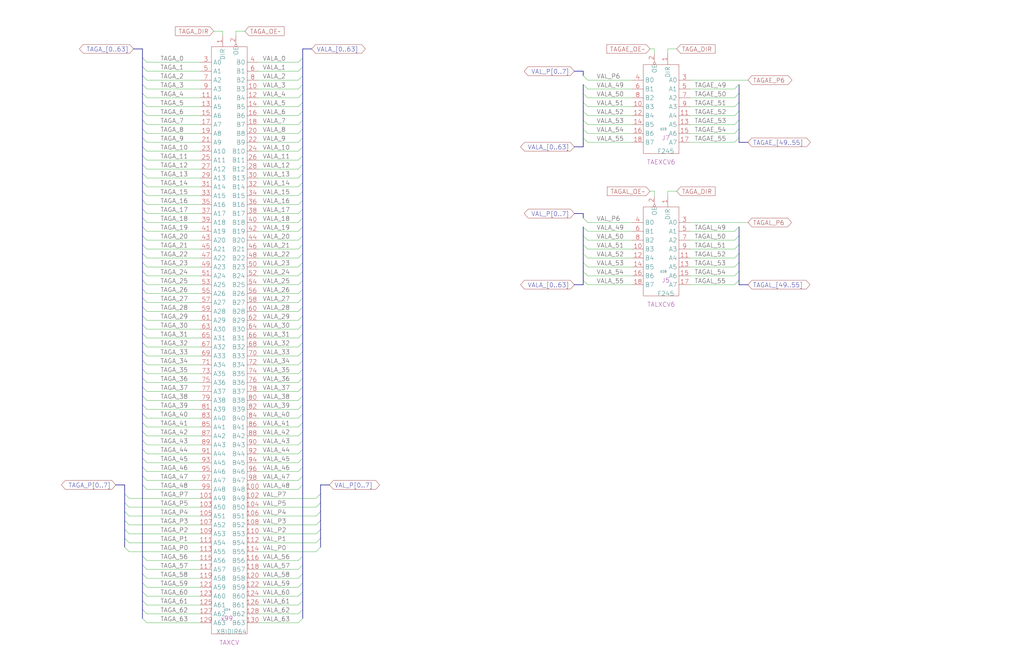
<source format=kicad_sch>
(kicad_sch (version 20221206) (generator eeschema)
  (paper "User" 584.2 378.46)
  (title_block (title "TAG A RAMS\\nTRANCEIVERS") (date "08-MAR-90") (rev "0.0") (comment 1 "MEM32 BOARD") (comment 2 "232-003066") (comment 3 "S400") (comment 4 "RELEASED"))
  (bus_entry (at 172.72 104.14) (size -2.54 2.54))
  (bus_entry (at 421.64 73.66) (size -2.54 2.54))
  (bus_entry (at 81.28 114.3) (size 2.54 2.54))
  (bus_entry (at 172.72 251.46) (size -2.54 2.54))
  (bus_entry (at 172.72 332.74) (size -2.54 2.54))
  (bus_entry (at 172.72 175.26) (size -2.54 2.54))
  (bus_entry (at 172.72 180.34) (size -2.54 2.54))
  (bus_entry (at 172.72 276.86) (size -2.54 2.54))
  (bus_entry (at 81.28 170.18) (size 2.54 2.54))
  (bus_entry (at 81.28 38.1) (size 2.54 2.54))
  (bus_entry (at 172.72 220.98) (size -2.54 2.54))
  (bus_entry (at 81.28 63.5) (size 2.54 2.54))
  (bus_entry (at 421.64 139.7) (size -2.54 2.54))
  (bus_entry (at 81.28 200.66) (size 2.54 2.54))
  (bus_entry (at 421.64 149.86) (size -2.54 2.54))
  (bus_entry (at 172.72 241.3) (size -2.54 2.54))
  (bus_entry (at 172.72 119.38) (size -2.54 2.54))
  (bus_entry (at 81.28 322.58) (size 2.54 2.54))
  (bus_entry (at 81.28 276.86) (size 2.54 2.54))
  (bus_entry (at 81.28 134.62) (size 2.54 2.54))
  (bus_entry (at 81.28 241.3) (size 2.54 2.54))
  (bus_entry (at 332.74 134.62) (size 2.54 2.54))
  (bus_entry (at 172.72 195.58) (size -2.54 2.54))
  (bus_entry (at 81.28 68.58) (size 2.54 2.54))
  (bus_entry (at 172.72 58.42) (size -2.54 2.54))
  (bus_entry (at 332.74 58.42) (size 2.54 2.54))
  (bus_entry (at 421.64 78.74) (size -2.54 2.54))
  (bus_entry (at 172.72 83.82) (size -2.54 2.54))
  (bus_entry (at 81.28 154.94) (size 2.54 2.54))
  (bus_entry (at 421.64 53.34) (size -2.54 2.54))
  (bus_entry (at 172.72 124.46) (size -2.54 2.54))
  (bus_entry (at 81.28 342.9) (size 2.54 2.54))
  (bus_entry (at 81.28 139.7) (size 2.54 2.54))
  (bus_entry (at 172.72 347.98) (size -2.54 2.54))
  (bus_entry (at 81.28 109.22) (size 2.54 2.54))
  (bus_entry (at 172.72 48.26) (size -2.54 2.54))
  (bus_entry (at 81.28 256.54) (size 2.54 2.54))
  (bus_entry (at 172.72 205.74) (size -2.54 2.54))
  (bus_entry (at 332.74 144.78) (size 2.54 2.54))
  (bus_entry (at 172.72 78.74) (size -2.54 2.54))
  (bus_entry (at 172.72 353.06) (size -2.54 2.54))
  (bus_entry (at 81.28 160.02) (size 2.54 2.54))
  (bus_entry (at 421.64 68.58) (size -2.54 2.54))
  (bus_entry (at 172.72 149.86) (size -2.54 2.54))
  (bus_entry (at 172.72 68.58) (size -2.54 2.54))
  (bus_entry (at 81.28 210.82) (size 2.54 2.54))
  (bus_entry (at 81.28 149.86) (size 2.54 2.54))
  (bus_entry (at 172.72 93.98) (size -2.54 2.54))
  (bus_entry (at 172.72 88.9) (size -2.54 2.54))
  (bus_entry (at 172.72 185.42) (size -2.54 2.54))
  (bus_entry (at 81.28 327.66) (size 2.54 2.54))
  (bus_entry (at 81.28 175.26) (size 2.54 2.54))
  (bus_entry (at 81.28 124.46) (size 2.54 2.54))
  (bus_entry (at 81.28 33.02) (size 2.54 2.54))
  (bus_entry (at 332.74 73.66) (size 2.54 2.54))
  (bus_entry (at 81.28 332.74) (size 2.54 2.54))
  (bus_entry (at 71.12 297.18) (size 2.54 2.54))
  (bus_entry (at 172.72 200.66) (size -2.54 2.54))
  (bus_entry (at 172.72 190.5) (size -2.54 2.54))
  (bus_entry (at 81.28 119.38) (size 2.54 2.54))
  (bus_entry (at 172.72 53.34) (size -2.54 2.54))
  (bus_entry (at 172.72 342.9) (size -2.54 2.54))
  (bus_entry (at 172.72 38.1) (size -2.54 2.54))
  (bus_entry (at 421.64 160.02) (size -2.54 2.54))
  (bus_entry (at 81.28 337.82) (size 2.54 2.54))
  (bus_entry (at 332.74 63.5) (size 2.54 2.54))
  (bus_entry (at 332.74 160.02) (size 2.54 2.54))
  (bus_entry (at 81.28 215.9) (size 2.54 2.54))
  (bus_entry (at 172.72 322.58) (size -2.54 2.54))
  (bus_entry (at 71.12 287.02) (size 2.54 2.54))
  (bus_entry (at 172.72 337.82) (size -2.54 2.54))
  (bus_entry (at 182.88 281.94) (size -2.54 2.54))
  (bus_entry (at 182.88 287.02) (size -2.54 2.54))
  (bus_entry (at 81.28 205.74) (size 2.54 2.54))
  (bus_entry (at 332.74 53.34) (size 2.54 2.54))
  (bus_entry (at 71.12 302.26) (size 2.54 2.54))
  (bus_entry (at 81.28 236.22) (size 2.54 2.54))
  (bus_entry (at 81.28 104.14) (size 2.54 2.54))
  (bus_entry (at 172.72 134.62) (size -2.54 2.54))
  (bus_entry (at 421.64 134.62) (size -2.54 2.54))
  (bus_entry (at 182.88 307.34) (size -2.54 2.54))
  (bus_entry (at 81.28 165.1) (size 2.54 2.54))
  (bus_entry (at 81.28 48.26) (size 2.54 2.54))
  (bus_entry (at 172.72 215.9) (size -2.54 2.54))
  (bus_entry (at 182.88 297.18) (size -2.54 2.54))
  (bus_entry (at 81.28 195.58) (size 2.54 2.54))
  (bus_entry (at 81.28 317.5) (size 2.54 2.54))
  (bus_entry (at 332.74 149.86) (size 2.54 2.54))
  (bus_entry (at 81.28 185.42) (size 2.54 2.54))
  (bus_entry (at 172.72 165.1) (size -2.54 2.54))
  (bus_entry (at 81.28 73.66) (size 2.54 2.54))
  (bus_entry (at 81.28 144.78) (size 2.54 2.54))
  (bus_entry (at 172.72 246.38) (size -2.54 2.54))
  (bus_entry (at 332.74 48.26) (size 2.54 2.54))
  (bus_entry (at 332.74 124.46) (size 2.54 2.54))
  (bus_entry (at 81.28 78.74) (size 2.54 2.54))
  (bus_entry (at 172.72 129.54) (size -2.54 2.54))
  (bus_entry (at 81.28 88.9) (size 2.54 2.54))
  (bus_entry (at 172.72 210.82) (size -2.54 2.54))
  (bus_entry (at 172.72 109.22) (size -2.54 2.54))
  (bus_entry (at 182.88 292.1) (size -2.54 2.54))
  (bus_entry (at 172.72 256.54) (size -2.54 2.54))
  (bus_entry (at 81.28 226.06) (size 2.54 2.54))
  (bus_entry (at 81.28 220.98) (size 2.54 2.54))
  (bus_entry (at 172.72 231.14) (size -2.54 2.54))
  (bus_entry (at 172.72 170.18) (size -2.54 2.54))
  (bus_entry (at 421.64 129.54) (size -2.54 2.54))
  (bus_entry (at 421.64 154.94) (size -2.54 2.54))
  (bus_entry (at 182.88 312.42) (size -2.54 2.54))
  (bus_entry (at 172.72 114.3) (size -2.54 2.54))
  (bus_entry (at 421.64 58.42) (size -2.54 2.54))
  (bus_entry (at 81.28 83.82) (size 2.54 2.54))
  (bus_entry (at 81.28 129.54) (size 2.54 2.54))
  (bus_entry (at 172.72 327.66) (size -2.54 2.54))
  (bus_entry (at 332.74 68.58) (size 2.54 2.54))
  (bus_entry (at 172.72 99.06) (size -2.54 2.54))
  (bus_entry (at 81.28 43.18) (size 2.54 2.54))
  (bus_entry (at 421.64 144.78) (size -2.54 2.54))
  (bus_entry (at 421.64 63.5) (size -2.54 2.54))
  (bus_entry (at 172.72 266.7) (size -2.54 2.54))
  (bus_entry (at 421.64 48.26) (size -2.54 2.54))
  (bus_entry (at 81.28 271.78) (size 2.54 2.54))
  (bus_entry (at 81.28 231.14) (size 2.54 2.54))
  (bus_entry (at 81.28 353.06) (size 2.54 2.54))
  (bus_entry (at 332.74 139.7) (size 2.54 2.54))
  (bus_entry (at 81.28 261.62) (size 2.54 2.54))
  (bus_entry (at 81.28 58.42) (size 2.54 2.54))
  (bus_entry (at 71.12 281.94) (size 2.54 2.54))
  (bus_entry (at 332.74 78.74) (size 2.54 2.54))
  (bus_entry (at 71.12 312.42) (size 2.54 2.54))
  (bus_entry (at 182.88 302.26) (size -2.54 2.54))
  (bus_entry (at 172.72 73.66) (size -2.54 2.54))
  (bus_entry (at 81.28 251.46) (size 2.54 2.54))
  (bus_entry (at 332.74 154.94) (size 2.54 2.54))
  (bus_entry (at 81.28 246.38) (size 2.54 2.54))
  (bus_entry (at 172.72 317.5) (size -2.54 2.54))
  (bus_entry (at 71.12 307.34) (size 2.54 2.54))
  (bus_entry (at 81.28 190.5) (size 2.54 2.54))
  (bus_entry (at 81.28 266.7) (size 2.54 2.54))
  (bus_entry (at 172.72 160.02) (size -2.54 2.54))
  (bus_entry (at 71.12 292.1) (size 2.54 2.54))
  (bus_entry (at 172.72 226.06) (size -2.54 2.54))
  (bus_entry (at 172.72 236.22) (size -2.54 2.54))
  (bus_entry (at 172.72 33.02) (size -2.54 2.54))
  (bus_entry (at 81.28 53.34) (size 2.54 2.54))
  (bus_entry (at 172.72 43.18) (size -2.54 2.54))
  (bus_entry (at 172.72 63.5) (size -2.54 2.54))
  (bus_entry (at 81.28 93.98) (size 2.54 2.54))
  (bus_entry (at 172.72 139.7) (size -2.54 2.54))
  (bus_entry (at 172.72 144.78) (size -2.54 2.54))
  (bus_entry (at 81.28 347.98) (size 2.54 2.54))
  (bus_entry (at 172.72 271.78) (size -2.54 2.54))
  (bus_entry (at 332.74 43.18) (size 2.54 2.54))
  (bus_entry (at 81.28 180.34) (size 2.54 2.54))
  (bus_entry (at 172.72 154.94) (size -2.54 2.54))
  (bus_entry (at 332.74 129.54) (size 2.54 2.54))
  (bus_entry (at 172.72 261.62) (size -2.54 2.54))
  (bus_entry (at 81.28 99.06) (size 2.54 2.54))
  (bus (pts (xy 172.72 73.66) (xy 172.72 78.74)))
  (bus (pts (xy 421.64 48.26) (xy 421.64 53.34)))
  (bus (pts (xy 421.64 78.74) (xy 421.64 81.28)))
  (wire (pts (xy 335.28 147.32) (xy 360.68 147.32)))
  (bus (pts (xy 182.88 307.34) (xy 182.88 302.26)))
  (wire (pts (xy 335.28 76.2) (xy 360.68 76.2)))
  (wire (pts (xy 381 109.22) (xy 386.08 109.22)))
  (bus (pts (xy 81.28 48.26) (xy 81.28 43.18)))
  (wire (pts (xy 147.32 45.72) (xy 170.18 45.72)))
  (bus (pts (xy 71.12 292.1) (xy 71.12 287.02)))
  (bus (pts (xy 172.72 210.82) (xy 172.72 215.9)))
  (bus (pts (xy 421.64 73.66) (xy 421.64 78.74)))
  (wire (pts (xy 393.7 45.72) (xy 426.72 45.72)))
  (wire (pts (xy 83.82 76.2) (xy 114.3 76.2)))
  (bus (pts (xy 81.28 104.14) (xy 81.28 99.06)))
  (bus (pts (xy 172.72 332.74) (xy 172.72 337.82)))
  (bus (pts (xy 172.72 88.9) (xy 172.72 93.98)))
  (bus (pts (xy 81.28 78.74) (xy 81.28 73.66)))
  (bus (pts (xy 81.28 43.18) (xy 81.28 38.1)))
  (wire (pts (xy 393.7 50.8) (xy 419.1 50.8)))
  (wire (pts (xy 147.32 127) (xy 170.18 127)))
  (wire (pts (xy 147.32 66.04) (xy 170.18 66.04)))
  (bus (pts (xy 172.72 104.14) (xy 172.72 109.22)))
  (wire (pts (xy 370.84 109.22) (xy 373.38 109.22)))
  (bus (pts (xy 172.72 27.94) (xy 177.8 27.94)))
  (bus (pts (xy 172.72 134.62) (xy 172.72 139.7)))
  (wire (pts (xy 335.28 55.88) (xy 360.68 55.88)))
  (wire (pts (xy 393.7 66.04) (xy 419.1 66.04)))
  (bus (pts (xy 81.28 149.86) (xy 81.28 144.78)))
  (bus (pts (xy 172.72 215.9) (xy 172.72 220.98)))
  (bus (pts (xy 81.28 124.46) (xy 81.28 119.38)))
  (wire (pts (xy 147.32 238.76) (xy 170.18 238.76)))
  (wire (pts (xy 147.32 55.88) (xy 170.18 55.88)))
  (bus (pts (xy 421.64 160.02) (xy 421.64 162.56)))
  (bus (pts (xy 172.72 175.26) (xy 172.72 180.34)))
  (wire (pts (xy 83.82 177.8) (xy 114.3 177.8)))
  (bus (pts (xy 81.28 114.3) (xy 81.28 109.22)))
  (bus (pts (xy 172.72 195.58) (xy 172.72 200.66)))
  (bus (pts (xy 81.28 205.74) (xy 81.28 200.66)))
  (wire (pts (xy 393.7 55.88) (xy 419.1 55.88)))
  (bus (pts (xy 81.28 165.1) (xy 81.28 160.02)))
  (bus (pts (xy 81.28 337.82) (xy 81.28 332.74)))
  (wire (pts (xy 83.82 147.32) (xy 114.3 147.32)))
  (bus (pts (xy 172.72 246.38) (xy 172.72 251.46)))
  (bus (pts (xy 81.28 271.78) (xy 81.28 266.7)))
  (bus (pts (xy 332.74 43.18) (xy 332.74 40.64)))
  (bus (pts (xy 172.72 38.1) (xy 172.72 43.18)))
  (wire (pts (xy 83.82 208.28) (xy 114.3 208.28)))
  (wire (pts (xy 147.32 248.92) (xy 170.18 248.92)))
  (bus (pts (xy 71.12 312.42) (xy 71.12 307.34)))
  (wire (pts (xy 147.32 76.2) (xy 170.18 76.2)))
  (bus (pts (xy 81.28 53.34) (xy 81.28 48.26)))
  (wire (pts (xy 147.32 111.76) (xy 170.18 111.76)))
  (wire (pts (xy 73.66 299.72) (xy 114.3 299.72)))
  (wire (pts (xy 147.32 264.16) (xy 170.18 264.16)))
  (bus (pts (xy 332.74 162.56) (xy 332.74 160.02)))
  (bus (pts (xy 81.28 236.22) (xy 81.28 231.14)))
  (wire (pts (xy 147.32 284.48) (xy 180.34 284.48)))
  (wire (pts (xy 335.28 50.8) (xy 360.68 50.8)))
  (bus (pts (xy 332.74 68.58) (xy 332.74 73.66)))
  (wire (pts (xy 147.32 81.28) (xy 170.18 81.28)))
  (bus (pts (xy 76.2 27.94) (xy 81.28 27.94)))
  (wire (pts (xy 147.32 330.2) (xy 170.18 330.2)))
  (wire (pts (xy 147.32 35.56) (xy 170.18 35.56)))
  (bus (pts (xy 81.28 226.06) (xy 81.28 220.98)))
  (wire (pts (xy 147.32 279.4) (xy 170.18 279.4)))
  (wire (pts (xy 83.82 340.36) (xy 114.3 340.36)))
  (wire (pts (xy 147.32 289.56) (xy 180.34 289.56)))
  (bus (pts (xy 81.28 119.38) (xy 81.28 114.3)))
  (bus (pts (xy 172.72 160.02) (xy 172.72 165.1)))
  (bus (pts (xy 172.72 170.18) (xy 172.72 175.26)))
  (wire (pts (xy 83.82 350.52) (xy 114.3 350.52)))
  (bus (pts (xy 81.28 353.06) (xy 81.28 347.98)))
  (wire (pts (xy 83.82 198.12) (xy 114.3 198.12)))
  (bus (pts (xy 81.28 210.82) (xy 81.28 205.74)))
  (bus (pts (xy 172.72 266.7) (xy 172.72 271.78)))
  (wire (pts (xy 147.32 274.32) (xy 170.18 274.32)))
  (bus (pts (xy 182.88 312.42) (xy 182.88 307.34)))
  (bus (pts (xy 81.28 332.74) (xy 81.28 327.66)))
  (wire (pts (xy 83.82 259.08) (xy 114.3 259.08)))
  (wire (pts (xy 373.38 27.94) (xy 373.38 30.48)))
  (wire (pts (xy 83.82 355.6) (xy 114.3 355.6)))
  (wire (pts (xy 147.32 198.12) (xy 170.18 198.12)))
  (wire (pts (xy 83.82 55.88) (xy 114.3 55.88)))
  (bus (pts (xy 71.12 281.94) (xy 71.12 276.86)))
  (wire (pts (xy 393.7 132.08) (xy 419.1 132.08)))
  (wire (pts (xy 147.32 40.64) (xy 170.18 40.64)))
  (bus (pts (xy 172.72 99.06) (xy 172.72 104.14)))
  (wire (pts (xy 147.32 254) (xy 170.18 254)))
  (bus (pts (xy 172.72 322.58) (xy 172.72 327.66)))
  (wire (pts (xy 73.66 304.8) (xy 114.3 304.8)))
  (wire (pts (xy 393.7 162.56) (xy 419.1 162.56)))
  (bus (pts (xy 81.28 261.62) (xy 81.28 256.54)))
  (wire (pts (xy 393.7 127) (xy 426.72 127)))
  (wire (pts (xy 83.82 187.96) (xy 114.3 187.96)))
  (wire (pts (xy 127 17.78) (xy 127 20.32)))
  (bus (pts (xy 172.72 109.22) (xy 172.72 114.3)))
  (wire (pts (xy 147.32 340.36) (xy 170.18 340.36)))
  (wire (pts (xy 83.82 325.12) (xy 114.3 325.12)))
  (wire (pts (xy 83.82 243.84) (xy 114.3 243.84)))
  (wire (pts (xy 147.32 233.68) (xy 170.18 233.68)))
  (bus (pts (xy 81.28 342.9) (xy 81.28 337.82)))
  (wire (pts (xy 147.32 304.8) (xy 180.34 304.8)))
  (bus (pts (xy 172.72 180.34) (xy 172.72 185.42)))
  (bus (pts (xy 421.64 134.62) (xy 421.64 139.7)))
  (wire (pts (xy 83.82 269.24) (xy 114.3 269.24)))
  (wire (pts (xy 147.32 96.52) (xy 170.18 96.52)))
  (wire (pts (xy 83.82 152.4) (xy 114.3 152.4)))
  (bus (pts (xy 182.88 281.94) (xy 182.88 276.86)))
  (bus (pts (xy 421.64 53.34) (xy 421.64 58.42)))
  (wire (pts (xy 83.82 121.92) (xy 114.3 121.92)))
  (wire (pts (xy 73.66 284.48) (xy 114.3 284.48)))
  (wire (pts (xy 147.32 208.28) (xy 170.18 208.28)))
  (bus (pts (xy 172.72 342.9) (xy 172.72 347.98)))
  (bus (pts (xy 421.64 149.86) (xy 421.64 154.94)))
  (bus (pts (xy 172.72 231.14) (xy 172.72 236.22)))
  (wire (pts (xy 147.32 121.92) (xy 170.18 121.92)))
  (wire (pts (xy 147.32 137.16) (xy 170.18 137.16)))
  (wire (pts (xy 83.82 81.28) (xy 114.3 81.28)))
  (wire (pts (xy 147.32 320.04) (xy 170.18 320.04)))
  (bus (pts (xy 172.72 347.98) (xy 172.72 353.06)))
  (wire (pts (xy 147.32 101.6) (xy 170.18 101.6)))
  (wire (pts (xy 335.28 137.16) (xy 360.68 137.16)))
  (bus (pts (xy 172.72 48.26) (xy 172.72 53.34)))
  (bus (pts (xy 172.72 63.5) (xy 172.72 68.58)))
  (wire (pts (xy 83.82 193.04) (xy 114.3 193.04)))
  (wire (pts (xy 83.82 228.6) (xy 114.3 228.6)))
  (wire (pts (xy 147.32 116.84) (xy 170.18 116.84)))
  (bus (pts (xy 172.72 276.86) (xy 172.72 317.5)))
  (bus (pts (xy 172.72 251.46) (xy 172.72 256.54)))
  (wire (pts (xy 83.82 274.32) (xy 114.3 274.32)))
  (bus (pts (xy 421.64 139.7) (xy 421.64 144.78)))
  (bus (pts (xy 172.72 337.82) (xy 172.72 342.9)))
  (bus (pts (xy 172.72 129.54) (xy 172.72 134.62)))
  (bus (pts (xy 332.74 78.74) (xy 332.74 83.82)))
  (bus (pts (xy 332.74 58.42) (xy 332.74 63.5)))
  (bus (pts (xy 81.28 63.5) (xy 81.28 58.42)))
  (bus (pts (xy 172.72 327.66) (xy 172.72 332.74)))
  (bus (pts (xy 172.72 165.1) (xy 172.72 170.18)))
  (bus (pts (xy 81.28 73.66) (xy 81.28 68.58)))
  (wire (pts (xy 147.32 86.36) (xy 170.18 86.36)))
  (bus (pts (xy 81.28 93.98) (xy 81.28 88.9)))
  (bus (pts (xy 81.28 175.26) (xy 81.28 170.18)))
  (wire (pts (xy 147.32 203.2) (xy 170.18 203.2)))
  (bus (pts (xy 172.72 261.62) (xy 172.72 266.7)))
  (wire (pts (xy 139.7 17.78) (xy 134.62 17.78)))
  (wire (pts (xy 335.28 45.72) (xy 360.68 45.72)))
  (bus (pts (xy 172.72 185.42) (xy 172.72 190.5)))
  (bus (pts (xy 81.28 170.18) (xy 81.28 165.1)))
  (bus (pts (xy 172.72 236.22) (xy 172.72 241.3)))
  (bus (pts (xy 172.72 139.7) (xy 172.72 144.78)))
  (bus (pts (xy 71.12 276.86) (xy 66.04 276.86)))
  (bus (pts (xy 81.28 109.22) (xy 81.28 104.14)))
  (bus (pts (xy 81.28 99.06) (xy 81.28 93.98)))
  (wire (pts (xy 147.32 167.64) (xy 170.18 167.64)))
  (bus (pts (xy 81.28 68.58) (xy 81.28 63.5)))
  (bus (pts (xy 172.72 154.94) (xy 172.72 160.02)))
  (bus (pts (xy 421.64 81.28) (xy 426.72 81.28)))
  (wire (pts (xy 83.82 157.48) (xy 114.3 157.48)))
  (wire (pts (xy 393.7 71.12) (xy 419.1 71.12)))
  (wire (pts (xy 147.32 187.96) (xy 170.18 187.96)))
  (bus (pts (xy 81.28 27.94) (xy 81.28 33.02)))
  (wire (pts (xy 147.32 299.72) (xy 180.34 299.72)))
  (wire (pts (xy 393.7 157.48) (xy 419.1 157.48)))
  (wire (pts (xy 121.92 17.78) (xy 127 17.78)))
  (wire (pts (xy 147.32 314.96) (xy 180.34 314.96)))
  (wire (pts (xy 83.82 96.52) (xy 114.3 96.52)))
  (wire (pts (xy 147.32 50.8) (xy 170.18 50.8)))
  (wire (pts (xy 83.82 91.44) (xy 114.3 91.44)))
  (wire (pts (xy 83.82 35.56) (xy 114.3 35.56)))
  (bus (pts (xy 81.28 134.62) (xy 81.28 129.54)))
  (wire (pts (xy 147.32 162.56) (xy 170.18 162.56)))
  (bus (pts (xy 172.72 241.3) (xy 172.72 246.38)))
  (wire (pts (xy 335.28 66.04) (xy 360.68 66.04)))
  (wire (pts (xy 147.32 259.08) (xy 170.18 259.08)))
  (wire (pts (xy 147.32 355.6) (xy 170.18 355.6)))
  (wire (pts (xy 147.32 60.96) (xy 170.18 60.96)))
  (bus (pts (xy 421.64 144.78) (xy 421.64 149.86)))
  (wire (pts (xy 147.32 193.04) (xy 170.18 193.04)))
  (wire (pts (xy 83.82 182.88) (xy 114.3 182.88)))
  (bus (pts (xy 182.88 292.1) (xy 182.88 287.02)))
  (wire (pts (xy 370.84 27.94) (xy 373.38 27.94)))
  (bus (pts (xy 172.72 119.38) (xy 172.72 124.46)))
  (wire (pts (xy 147.32 350.52) (xy 170.18 350.52)))
  (wire (pts (xy 83.82 66.04) (xy 114.3 66.04)))
  (bus (pts (xy 81.28 231.14) (xy 81.28 226.06)))
  (wire (pts (xy 83.82 264.16) (xy 114.3 264.16)))
  (wire (pts (xy 147.32 269.24) (xy 170.18 269.24)))
  (bus (pts (xy 421.64 162.56) (xy 426.72 162.56)))
  (wire (pts (xy 335.28 142.24) (xy 360.68 142.24)))
  (bus (pts (xy 172.72 93.98) (xy 172.72 99.06)))
  (wire (pts (xy 83.82 45.72) (xy 114.3 45.72)))
  (bus (pts (xy 172.72 200.66) (xy 172.72 205.74)))
  (bus (pts (xy 81.28 129.54) (xy 81.28 124.46)))
  (bus (pts (xy 421.64 63.5) (xy 421.64 68.58)))
  (wire (pts (xy 147.32 157.48) (xy 170.18 157.48)))
  (wire (pts (xy 83.82 233.68) (xy 114.3 233.68)))
  (bus (pts (xy 81.28 322.58) (xy 81.28 317.5)))
  (wire (pts (xy 147.32 213.36) (xy 170.18 213.36)))
  (bus (pts (xy 81.28 180.34) (xy 81.28 175.26)))
  (wire (pts (xy 83.82 238.76) (xy 114.3 238.76)))
  (wire (pts (xy 83.82 111.76) (xy 114.3 111.76)))
  (wire (pts (xy 83.82 203.2) (xy 114.3 203.2)))
  (bus (pts (xy 172.72 83.82) (xy 172.72 88.9)))
  (wire (pts (xy 335.28 81.28) (xy 360.68 81.28)))
  (bus (pts (xy 81.28 266.7) (xy 81.28 261.62)))
  (bus (pts (xy 71.12 287.02) (xy 71.12 281.94)))
  (bus (pts (xy 81.28 195.58) (xy 81.28 190.5)))
  (bus (pts (xy 332.74 144.78) (xy 332.74 149.86)))
  (bus (pts (xy 327.66 162.56) (xy 332.74 162.56)))
  (bus (pts (xy 421.64 129.54) (xy 421.64 134.62)))
  (wire (pts (xy 147.32 147.32) (xy 170.18 147.32)))
  (wire (pts (xy 335.28 162.56) (xy 360.68 162.56)))
  (bus (pts (xy 332.74 149.86) (xy 332.74 154.94)))
  (bus (pts (xy 327.66 83.82) (xy 332.74 83.82)))
  (bus (pts (xy 421.64 58.42) (xy 421.64 63.5)))
  (wire (pts (xy 83.82 127) (xy 114.3 127)))
  (bus (pts (xy 182.88 297.18) (xy 182.88 292.1)))
  (wire (pts (xy 73.66 294.64) (xy 114.3 294.64)))
  (wire (pts (xy 83.82 248.92) (xy 114.3 248.92)))
  (wire (pts (xy 83.82 345.44) (xy 114.3 345.44)))
  (bus (pts (xy 81.28 215.9) (xy 81.28 210.82)))
  (bus (pts (xy 81.28 160.02) (xy 81.28 154.94)))
  (wire (pts (xy 83.82 167.64) (xy 114.3 167.64)))
  (wire (pts (xy 335.28 60.96) (xy 360.68 60.96)))
  (wire (pts (xy 83.82 320.04) (xy 114.3 320.04)))
  (wire (pts (xy 381 27.94) (xy 386.08 27.94)))
  (wire (pts (xy 147.32 218.44) (xy 170.18 218.44)))
  (bus (pts (xy 81.28 317.5) (xy 81.28 276.86)))
  (wire (pts (xy 393.7 60.96) (xy 419.1 60.96)))
  (bus (pts (xy 81.28 256.54) (xy 81.28 251.46)))
  (bus (pts (xy 172.72 144.78) (xy 172.72 149.86)))
  (bus (pts (xy 81.28 327.66) (xy 81.28 322.58)))
  (bus (pts (xy 71.12 302.26) (xy 71.12 297.18)))
  (bus (pts (xy 81.28 246.38) (xy 81.28 241.3)))
  (bus (pts (xy 332.74 129.54) (xy 332.74 134.62)))
  (wire (pts (xy 335.28 132.08) (xy 360.68 132.08)))
  (bus (pts (xy 81.28 83.82) (xy 81.28 78.74)))
  (wire (pts (xy 147.32 71.12) (xy 170.18 71.12)))
  (bus (pts (xy 332.74 154.94) (xy 332.74 160.02)))
  (wire (pts (xy 147.32 106.68) (xy 170.18 106.68)))
  (bus (pts (xy 81.28 241.3) (xy 81.28 236.22)))
  (bus (pts (xy 332.74 73.66) (xy 332.74 78.74)))
  (wire (pts (xy 147.32 228.6) (xy 170.18 228.6)))
  (wire (pts (xy 147.32 325.12) (xy 170.18 325.12)))
  (wire (pts (xy 83.82 218.44) (xy 114.3 218.44)))
  (bus (pts (xy 71.12 307.34) (xy 71.12 302.26)))
  (bus (pts (xy 172.72 256.54) (xy 172.72 261.62)))
  (bus (pts (xy 182.88 276.86) (xy 187.96 276.86)))
  (wire (pts (xy 83.82 71.12) (xy 114.3 71.12)))
  (wire (pts (xy 83.82 40.64) (xy 114.3 40.64)))
  (wire (pts (xy 147.32 345.44) (xy 170.18 345.44)))
  (bus (pts (xy 182.88 302.26) (xy 182.88 297.18)))
  (wire (pts (xy 381 109.22) (xy 381 111.76)))
  (wire (pts (xy 83.82 330.2) (xy 114.3 330.2)))
  (bus (pts (xy 172.72 205.74) (xy 172.72 210.82)))
  (bus (pts (xy 81.28 276.86) (xy 81.28 271.78)))
  (bus (pts (xy 81.28 58.42) (xy 81.28 53.34)))
  (bus (pts (xy 172.72 78.74) (xy 172.72 83.82)))
  (wire (pts (xy 83.82 86.36) (xy 114.3 86.36)))
  (wire (pts (xy 83.82 106.68) (xy 114.3 106.68)))
  (wire (pts (xy 147.32 132.08) (xy 170.18 132.08)))
  (bus (pts (xy 172.72 124.46) (xy 172.72 129.54)))
  (bus (pts (xy 332.74 121.92) (xy 327.66 121.92)))
  (bus (pts (xy 332.74 134.62) (xy 332.74 139.7)))
  (wire (pts (xy 83.82 137.16) (xy 114.3 137.16)))
  (bus (pts (xy 172.72 271.78) (xy 172.72 276.86)))
  (bus (pts (xy 182.88 287.02) (xy 182.88 281.94)))
  (wire (pts (xy 73.66 289.56) (xy 114.3 289.56)))
  (wire (pts (xy 393.7 76.2) (xy 419.1 76.2)))
  (bus (pts (xy 172.72 317.5) (xy 172.72 322.58)))
  (wire (pts (xy 373.38 109.22) (xy 373.38 111.76)))
  (wire (pts (xy 381 27.94) (xy 381 30.48)))
  (bus (pts (xy 81.28 251.46) (xy 81.28 246.38)))
  (bus (pts (xy 172.72 114.3) (xy 172.72 119.38)))
  (wire (pts (xy 147.32 294.64) (xy 180.34 294.64)))
  (bus (pts (xy 332.74 139.7) (xy 332.74 144.78)))
  (wire (pts (xy 335.28 71.12) (xy 360.68 71.12)))
  (bus (pts (xy 172.72 149.86) (xy 172.72 154.94)))
  (bus (pts (xy 332.74 63.5) (xy 332.74 68.58)))
  (wire (pts (xy 83.82 223.52) (xy 114.3 223.52)))
  (wire (pts (xy 83.82 101.6) (xy 114.3 101.6)))
  (wire (pts (xy 393.7 81.28) (xy 419.1 81.28)))
  (bus (pts (xy 172.72 53.34) (xy 172.72 58.42)))
  (bus (pts (xy 81.28 144.78) (xy 81.28 139.7)))
  (bus (pts (xy 172.72 190.5) (xy 172.72 195.58)))
  (bus (pts (xy 81.28 139.7) (xy 81.28 134.62)))
  (bus (pts (xy 332.74 40.64) (xy 327.66 40.64)))
  (wire (pts (xy 83.82 162.56) (xy 114.3 162.56)))
  (bus (pts (xy 81.28 154.94) (xy 81.28 149.86)))
  (bus (pts (xy 172.72 58.42) (xy 172.72 63.5)))
  (wire (pts (xy 393.7 142.24) (xy 419.1 142.24)))
  (wire (pts (xy 147.32 309.88) (xy 180.34 309.88)))
  (wire (pts (xy 147.32 177.8) (xy 170.18 177.8)))
  (bus (pts (xy 332.74 48.26) (xy 332.74 53.34)))
  (bus (pts (xy 81.28 200.66) (xy 81.28 195.58)))
  (wire (pts (xy 83.82 50.8) (xy 114.3 50.8)))
  (bus (pts (xy 332.74 124.46) (xy 332.74 121.92)))
  (bus (pts (xy 421.64 68.58) (xy 421.64 73.66)))
  (bus (pts (xy 172.72 43.18) (xy 172.72 48.26)))
  (wire (pts (xy 83.82 116.84) (xy 114.3 116.84)))
  (wire (pts (xy 147.32 243.84) (xy 170.18 243.84)))
  (bus (pts (xy 172.72 220.98) (xy 172.72 226.06)))
  (wire (pts (xy 134.62 17.78) (xy 134.62 20.32)))
  (bus (pts (xy 81.28 220.98) (xy 81.28 215.9)))
  (wire (pts (xy 83.82 60.96) (xy 114.3 60.96)))
  (wire (pts (xy 83.82 254) (xy 114.3 254)))
  (wire (pts (xy 83.82 142.24) (xy 114.3 142.24)))
  (wire (pts (xy 147.32 182.88) (xy 170.18 182.88)))
  (wire (pts (xy 335.28 152.4) (xy 360.68 152.4)))
  (wire (pts (xy 335.28 127) (xy 360.68 127)))
  (bus (pts (xy 81.28 185.42) (xy 81.28 180.34)))
  (bus (pts (xy 81.28 88.9) (xy 81.28 83.82)))
  (wire (pts (xy 83.82 213.36) (xy 114.3 213.36)))
  (wire (pts (xy 83.82 172.72) (xy 114.3 172.72)))
  (wire (pts (xy 147.32 152.4) (xy 170.18 152.4)))
  (wire (pts (xy 393.7 147.32) (xy 419.1 147.32)))
  (bus (pts (xy 332.74 53.34) (xy 332.74 58.42)))
  (wire (pts (xy 147.32 335.28) (xy 170.18 335.28)))
  (bus (pts (xy 172.72 33.02) (xy 172.72 38.1)))
  (wire (pts (xy 83.82 335.28) (xy 114.3 335.28)))
  (wire (pts (xy 73.66 309.88) (xy 114.3 309.88)))
  (wire (pts (xy 147.32 142.24) (xy 170.18 142.24)))
  (wire (pts (xy 83.82 279.4) (xy 114.3 279.4)))
  (wire (pts (xy 393.7 137.16) (xy 419.1 137.16)))
  (bus (pts (xy 172.72 226.06) (xy 172.72 231.14)))
  (bus (pts (xy 172.72 27.94) (xy 172.72 33.02)))
  (wire (pts (xy 147.32 91.44) (xy 170.18 91.44)))
  (wire (pts (xy 73.66 314.96) (xy 114.3 314.96)))
  (wire (pts (xy 335.28 157.48) (xy 360.68 157.48)))
  (bus (pts (xy 421.64 154.94) (xy 421.64 160.02)))
  (wire (pts (xy 147.32 223.52) (xy 170.18 223.52)))
  (wire (pts (xy 83.82 132.08) (xy 114.3 132.08)))
  (bus (pts (xy 81.28 190.5) (xy 81.28 185.42)))
  (wire (pts (xy 147.32 172.72) (xy 170.18 172.72)))
  (bus (pts (xy 81.28 347.98) (xy 81.28 342.9)))
  (bus (pts (xy 81.28 38.1) (xy 81.28 33.02)))
  (wire (pts (xy 393.7 152.4) (xy 419.1 152.4)))
  (bus (pts (xy 71.12 297.18) (xy 71.12 292.1)))
  (bus (pts (xy 172.72 68.58) (xy 172.72 73.66)))
  (label "VALA_47" (at 149.86 274.32 0) (effects (font (size 2.54 2.54))))
  (label "VAL_P0" (at 149.86 314.96 0) (effects (font (size 2.54 2.54))))
  (label "TAGA_20" (at 91.44 137.16 0) (effects (font (size 2.54 2.54))))
  (label "VALA_23" (at 149.86 152.4 0) (effects (font (size 2.54 2.54))))
  (label "VAL_P5" (at 149.86 289.56 0) (effects (font (size 2.54 2.54))))
  (label "VAL_P1" (at 149.86 309.88 0) (effects (font (size 2.54 2.54))))
  (label "VALA_59" (at 149.86 335.28 0) (effects (font (size 2.54 2.54))))
  (label "TAGAL_50" (at 396.24 137.16 0) (effects (font (size 2.54 2.54))))
  (label "VALA_13" (at 149.86 101.6 0) (effects (font (size 2.54 2.54))))
  (label "TAGA_59" (at 91.44 335.28 0) (effects (font (size 2.54 2.54))))
  (label "TAGA_5" (at 91.44 60.96 0) (effects (font (size 2.54 2.54))))
  (label "TAGA_6" (at 91.44 66.04 0) (effects (font (size 2.54 2.54))))
  (label "TAGA_57" (at 91.44 325.12 0) (effects (font (size 2.54 2.54))))
  (label "TAGA_13" (at 91.44 101.6 0) (effects (font (size 2.54 2.54))))
  (label "VALA_32" (at 149.86 198.12 0) (effects (font (size 2.54 2.54))))
  (label "VAL_P2" (at 149.86 304.8 0) (effects (font (size 2.54 2.54))))
  (label "VALA_33" (at 149.86 203.2 0) (effects (font (size 2.54 2.54))))
  (label "VALA_51" (at 340.36 60.96 0) (effects (font (size 2.54 2.54))))
  (label "VALA_49" (at 340.36 132.08 0) (effects (font (size 2.54 2.54))))
  (label "VALA_40" (at 149.86 238.76 0) (effects (font (size 2.54 2.54))))
  (label "VALA_19" (at 149.86 132.08 0) (effects (font (size 2.54 2.54))))
  (label "VALA_51" (at 340.36 142.24 0) (effects (font (size 2.54 2.54))))
  (label "TAGAL_51" (at 396.24 142.24 0) (effects (font (size 2.54 2.54))))
  (label "VALA_18" (at 149.86 127 0) (effects (font (size 2.54 2.54))))
  (label "VALA_17" (at 149.86 121.92 0) (effects (font (size 2.54 2.54))))
  (label "TAGA_46" (at 91.44 269.24 0) (effects (font (size 2.54 2.54))))
  (label "TAGA_28" (at 91.44 177.8 0) (effects (font (size 2.54 2.54))))
  (label "VALA_2" (at 149.86 45.72 0) (effects (font (size 2.54 2.54))))
  (label "VALA_43" (at 149.86 254 0) (effects (font (size 2.54 2.54))))
  (label "TAGA_41" (at 91.44 243.84 0) (effects (font (size 2.54 2.54))))
  (label "TAGA_11" (at 91.44 91.44 0) (effects (font (size 2.54 2.54))))
  (label "VALA_50" (at 340.36 55.88 0) (effects (font (size 2.54 2.54))))
  (label "VALA_53" (at 340.36 71.12 0) (effects (font (size 2.54 2.54))))
  (label "VALA_25" (at 149.86 162.56 0) (effects (font (size 2.54 2.54))))
  (label "VALA_54" (at 340.36 157.48 0) (effects (font (size 2.54 2.54))))
  (label "TAGAL_55" (at 396.24 162.56 0) (effects (font (size 2.54 2.54))))
  (label "TAGA_45" (at 91.44 264.16 0) (effects (font (size 2.54 2.54))))
  (label "TAGA_37" (at 91.44 223.52 0) (effects (font (size 2.54 2.54))))
  (label "TAGA_23" (at 91.44 152.4 0) (effects (font (size 2.54 2.54))))
  (label "VALA_45" (at 149.86 264.16 0) (effects (font (size 2.54 2.54))))
  (label "VALA_63" (at 149.86 355.6 0) (effects (font (size 2.54 2.54))))
  (label "TAGA_P4" (at 91.44 294.64 0) (effects (font (size 2.54 2.54))))
  (label "VALA_52" (at 340.36 66.04 0) (effects (font (size 2.54 2.54))))
  (label "TAGA_33" (at 91.44 203.2 0) (effects (font (size 2.54 2.54))))
  (label "VALA_20" (at 149.86 137.16 0) (effects (font (size 2.54 2.54))))
  (label "TAGA_P3" (at 91.44 299.72 0) (effects (font (size 2.54 2.54))))
  (label "TAGA_4" (at 91.44 55.88 0) (effects (font (size 2.54 2.54))))
  (label "VALA_55" (at 340.36 81.28 0) (effects (font (size 2.54 2.54))))
  (label "TAGA_18" (at 91.44 127 0) (effects (font (size 2.54 2.54))))
  (label "TAGA_22" (at 91.44 147.32 0) (effects (font (size 2.54 2.54))))
  (label "TAGAE_50" (at 396.24 55.88 0) (effects (font (size 2.54 2.54))))
  (label "TAGA_16" (at 91.44 116.84 0) (effects (font (size 2.54 2.54))))
  (label "TAGAL_49" (at 396.24 132.08 0) (effects (font (size 2.54 2.54))))
  (label "VALA_44" (at 149.86 259.08 0) (effects (font (size 2.54 2.54))))
  (label "TAGAE_49" (at 396.24 50.8 0) (effects (font (size 2.54 2.54))))
  (label "VALA_37" (at 149.86 223.52 0) (effects (font (size 2.54 2.54))))
  (label "TAGA_40" (at 91.44 238.76 0) (effects (font (size 2.54 2.54))))
  (label "TAGA_58" (at 91.44 330.2 0) (effects (font (size 2.54 2.54))))
  (label "TAGA_34" (at 91.44 208.28 0) (effects (font (size 2.54 2.54))))
  (label "VALA_36" (at 149.86 218.44 0) (effects (font (size 2.54 2.54))))
  (label "TAGAE_52" (at 396.24 66.04 0) (effects (font (size 2.54 2.54))))
  (label "TAGA_31" (at 91.44 193.04 0) (effects (font (size 2.54 2.54))))
  (label "VALA_24" (at 149.86 157.48 0) (effects (font (size 2.54 2.54))))
  (label "TAGA_30" (at 91.44 187.96 0) (effects (font (size 2.54 2.54))))
  (label "VALA_28" (at 149.86 177.8 0) (effects (font (size 2.54 2.54))))
  (label "TAGA_P0" (at 91.44 314.96 0) (effects (font (size 2.54 2.54))))
  (label "VALA_11" (at 149.86 91.44 0) (effects (font (size 2.54 2.54))))
  (label "TAGA_24" (at 91.44 157.48 0) (effects (font (size 2.54 2.54))))
  (label "TAGA_14" (at 91.44 106.68 0) (effects (font (size 2.54 2.54))))
  (label "VAL_P7" (at 149.86 284.48 0) (effects (font (size 2.54 2.54))))
  (label "TAGA_61" (at 91.44 345.44 0) (effects (font (size 2.54 2.54))))
  (label "VALA_46" (at 149.86 269.24 0) (effects (font (size 2.54 2.54))))
  (label "TAGA_12" (at 91.44 96.52 0) (effects (font (size 2.54 2.54))))
  (label "TAGA_P1" (at 91.44 309.88 0) (effects (font (size 2.54 2.54))))
  (label "TAGA_P2" (at 91.44 304.8 0) (effects (font (size 2.54 2.54))))
  (label "TAGAE_54" (at 396.24 76.2 0) (effects (font (size 2.54 2.54))))
  (label "VALA_16" (at 149.86 116.84 0) (effects (font (size 2.54 2.54))))
  (label "TAGA_25" (at 91.44 162.56 0) (effects (font (size 2.54 2.54))))
  (label "TAGA_10" (at 91.44 86.36 0) (effects (font (size 2.54 2.54))))
  (label "VAL_P3" (at 149.86 299.72 0) (effects (font (size 2.54 2.54))))
  (label "VALA_6" (at 149.86 66.04 0) (effects (font (size 2.54 2.54))))
  (label "TAGA_19" (at 91.44 132.08 0) (effects (font (size 2.54 2.54))))
  (label "TAGA_29" (at 91.44 182.88 0) (effects (font (size 2.54 2.54))))
  (label "VALA_29" (at 149.86 182.88 0) (effects (font (size 2.54 2.54))))
  (label "VALA_3" (at 149.86 50.8 0) (effects (font (size 2.54 2.54))))
  (label "VALA_4" (at 149.86 55.88 0) (effects (font (size 2.54 2.54))))
  (label "VALA_34" (at 149.86 208.28 0) (effects (font (size 2.54 2.54))))
  (label "VALA_31" (at 149.86 193.04 0) (effects (font (size 2.54 2.54))))
  (label "VALA_48" (at 149.86 279.4 0) (effects (font (size 2.54 2.54))))
  (label "TAGA_44" (at 91.44 259.08 0) (effects (font (size 2.54 2.54))))
  (label "TAGA_62" (at 91.44 350.52 0) (effects (font (size 2.54 2.54))))
  (label "VALA_10" (at 149.86 86.36 0) (effects (font (size 2.54 2.54))))
  (label "TAGA_9" (at 91.44 81.28 0) (effects (font (size 2.54 2.54))))
  (label "VALA_61" (at 149.86 345.44 0) (effects (font (size 2.54 2.54))))
  (label "VALA_0" (at 149.86 35.56 0) (effects (font (size 2.54 2.54))))
  (label "VALA_49" (at 340.36 50.8 0) (effects (font (size 2.54 2.54))))
  (label "VALA_22" (at 149.86 147.32 0) (effects (font (size 2.54 2.54))))
  (label "TAGA_43" (at 91.44 254 0) (effects (font (size 2.54 2.54))))
  (label "VAL_P4" (at 149.86 294.64 0) (effects (font (size 2.54 2.54))))
  (label "VALA_38" (at 149.86 228.6 0) (effects (font (size 2.54 2.54))))
  (label "VALA_1" (at 149.86 40.64 0) (effects (font (size 2.54 2.54))))
  (label "VAL_P6" (at 340.36 127 0) (effects (font (size 2.54 2.54))))
  (label "TAGAL_52" (at 396.24 147.32 0) (effects (font (size 2.54 2.54))))
  (label "VALA_60" (at 149.86 340.36 0) (effects (font (size 2.54 2.54))))
  (label "VALA_14" (at 149.86 106.68 0) (effects (font (size 2.54 2.54))))
  (label "VALA_39" (at 149.86 233.68 0) (effects (font (size 2.54 2.54))))
  (label "TAGA_26" (at 91.44 167.64 0) (effects (font (size 2.54 2.54))))
  (label "TAGA_17" (at 91.44 121.92 0) (effects (font (size 2.54 2.54))))
  (label "TAGA_47" (at 91.44 274.32 0) (effects (font (size 2.54 2.54))))
  (label "TAGA_63" (at 91.44 355.6 0) (effects (font (size 2.54 2.54))))
  (label "TAGA_8" (at 91.44 76.2 0) (effects (font (size 2.54 2.54))))
  (label "TAGA_1" (at 91.44 40.64 0) (effects (font (size 2.54 2.54))))
  (label "TAGA_35" (at 91.44 213.36 0) (effects (font (size 2.54 2.54))))
  (label "VALA_7" (at 149.86 71.12 0) (effects (font (size 2.54 2.54))))
  (label "VALA_50" (at 340.36 137.16 0) (effects (font (size 2.54 2.54))))
  (label "VALA_53" (at 340.36 152.4 0) (effects (font (size 2.54 2.54))))
  (label "VALA_21" (at 149.86 142.24 0) (effects (font (size 2.54 2.54))))
  (label "VALA_5" (at 149.86 60.96 0) (effects (font (size 2.54 2.54))))
  (label "VALA_54" (at 340.36 76.2 0) (effects (font (size 2.54 2.54))))
  (label "VAL_P6" (at 340.36 45.72 0) (effects (font (size 2.54 2.54))))
  (label "VALA_57" (at 149.86 325.12 0) (effects (font (size 2.54 2.54))))
  (label "TAGAE_55" (at 396.24 81.28 0) (effects (font (size 2.54 2.54))))
  (label "TAGAE_53" (at 396.24 71.12 0) (effects (font (size 2.54 2.54))))
  (label "VALA_35" (at 149.86 213.36 0) (effects (font (size 2.54 2.54))))
  (label "TAGA_32" (at 91.44 198.12 0) (effects (font (size 2.54 2.54))))
  (label "VALA_56" (at 149.86 320.04 0) (effects (font (size 2.54 2.54))))
  (label "TAGA_27" (at 91.44 172.72 0) (effects (font (size 2.54 2.54))))
  (label "VALA_62" (at 149.86 350.52 0) (effects (font (size 2.54 2.54))))
  (label "TAGA_2" (at 91.44 45.72 0) (effects (font (size 2.54 2.54))))
  (label "VALA_58" (at 149.86 330.2 0) (effects (font (size 2.54 2.54))))
  (label "VALA_8" (at 149.86 76.2 0) (effects (font (size 2.54 2.54))))
  (label "TAGAL_54" (at 396.24 157.48 0) (effects (font (size 2.54 2.54))))
  (label "VALA_41" (at 149.86 243.84 0) (effects (font (size 2.54 2.54))))
  (label "VALA_15" (at 149.86 111.76 0) (effects (font (size 2.54 2.54))))
  (label "VALA_26" (at 149.86 167.64 0) (effects (font (size 2.54 2.54))))
  (label "TAGA_7" (at 91.44 71.12 0) (effects (font (size 2.54 2.54))))
  (label "TAGA_15" (at 91.44 111.76 0) (effects (font (size 2.54 2.54))))
  (label "TAGA_36" (at 91.44 218.44 0) (effects (font (size 2.54 2.54))))
  (label "TAGA_42" (at 91.44 248.92 0) (effects (font (size 2.54 2.54))))
  (label "TAGAL_53" (at 396.24 152.4 0) (effects (font (size 2.54 2.54))))
  (label "TAGA_3" (at 91.44 50.8 0) (effects (font (size 2.54 2.54))))
  (label "TAGAE_51" (at 396.24 60.96 0) (effects (font (size 2.54 2.54))))
  (label "TAGA_P7" (at 91.44 284.48 0) (effects (font (size 2.54 2.54))))
  (label "TAGA_56" (at 91.44 320.04 0) (effects (font (size 2.54 2.54))))
  (label "VALA_12" (at 149.86 96.52 0) (effects (font (size 2.54 2.54))))
  (label "TAGA_P5" (at 91.44 289.56 0) (effects (font (size 2.54 2.54))))
  (label "VALA_9" (at 149.86 81.28 0) (effects (font (size 2.54 2.54))))
  (label "VALA_30" (at 149.86 187.96 0) (effects (font (size 2.54 2.54))))
  (label "VALA_55" (at 340.36 162.56 0) (effects (font (size 2.54 2.54))))
  (label "TAGA_21" (at 91.44 142.24 0) (effects (font (size 2.54 2.54))))
  (label "TAGA_39" (at 91.44 233.68 0) (effects (font (size 2.54 2.54))))
  (label "TAGA_60" (at 91.44 340.36 0) (effects (font (size 2.54 2.54))))
  (label "TAGA_48" (at 91.44 279.4 0) (effects (font (size 2.54 2.54))))
  (label "TAGA_0" (at 91.44 35.56 0) (effects (font (size 2.54 2.54))))
  (label "VALA_52" (at 340.36 147.32 0) (effects (font (size 2.54 2.54))))
  (label "VALA_27" (at 149.86 172.72 0) (effects (font (size 2.54 2.54))))
  (label "TAGA_38" (at 91.44 228.6 0) (effects (font (size 2.54 2.54))))
  (label "VALA_42" (at 149.86 248.92 0) (effects (font (size 2.54 2.54))))
  (global_label "TAGA_DIR" (shape input) (at 386.08 109.22 0) (effects (font (size 2.54 2.54))) (property "Intersheetrefs" "${INTERSHEET_REFS}" (at 407.9603 109.0613 0) (effects (font (size 1.905 1.905)) (justify left))))
  (global_label "TAGA_DIR" (shape input) (at 121.92 17.78 180) (effects (font (size 2.54 2.54))) (property "Intersheetrefs" "${INTERSHEET_REFS}" (at 100.0397 17.6213 0) (effects (font (size 1.905 1.905)) (justify right))))
  (global_label "TAGA_P[0..7]" (shape bidirectional) (at 66.04 276.86 180) (effects (font (size 2.54 2.54))) (property "Intersheetrefs" "${INTERSHEET_REFS}" (at 37.2654 276.7013 0) (effects (font (size 1.905 1.905)) (justify right))))
  (global_label "TAGA_[0..63]" (shape bidirectional) (at 76.2 27.94 180) (effects (font (size 2.54 2.54))) (property "Intersheetrefs" "${INTERSHEET_REFS}" (at 47.5464 27.7813 0) (effects (font (size 1.905 1.905)) (justify right))))
  (global_label "VAL_P[0..7]" (shape bidirectional) (at 327.66 121.92 180) (effects (font (size 2.54 2.54))) (property "Intersheetrefs" "${INTERSHEET_REFS}" (at 301.3045 121.7613 0) (effects (font (size 1.905 1.905)) (justify right))))
  (global_label "TAGAL_OE~" (shape input) (at 370.84 109.22 180) (effects (font (size 2.54 2.54))) (property "Intersheetrefs" "${INTERSHEET_REFS}" (at 346.4197 109.0613 0) (effects (font (size 1.905 1.905)) (justify right))))
  (global_label "TAGAE_OE~" (shape input) (at 370.84 27.94 180) (effects (font (size 2.54 2.54))) (property "Intersheetrefs" "${INTERSHEET_REFS}" (at 346.1778 27.7813 0) (effects (font (size 1.905 1.905)) (justify right))))
  (global_label "VALA_[0..63]" (shape bidirectional) (at 177.8 27.94 0) (effects (font (size 2.54 2.54))) (property "Intersheetrefs" "${INTERSHEET_REFS}" (at 209.3426 27.94 0) (effects (font (size 1.905 1.905)) (justify left))))
  (global_label "VALA_[0..63]" (shape bidirectional) (at 327.66 162.56 180) (effects (font (size 2.54 2.54))) (property "Intersheetrefs" "${INTERSHEET_REFS}" (at 296.1174 162.56 0) (effects (font (size 1.905 1.905)) (justify right))))
  (global_label "TAGAE_[49..55]" (shape bidirectional) (at 426.72 81.28 0) (effects (font (size 2.54 2.54))) (property "Intersheetrefs" "${INTERSHEET_REFS}" (at 460.0908 81.1213 0) (effects (font (size 1.905 1.905)) (justify left))))
  (global_label "VAL_P[0..7]" (shape bidirectional) (at 187.96 276.86 0) (effects (font (size 2.54 2.54))) (property "Intersheetrefs" "${INTERSHEET_REFS}" (at 214.3155 276.7013 0) (effects (font (size 1.905 1.905)) (justify left))))
  (global_label "TAGA_DIR" (shape input) (at 386.08 27.94 0) (effects (font (size 2.54 2.54))) (property "Intersheetrefs" "${INTERSHEET_REFS}" (at 407.9603 27.7813 0) (effects (font (size 1.905 1.905)) (justify left))))
  (global_label "VAL_P[0..7]" (shape bidirectional) (at 327.66 40.64 180) (effects (font (size 2.54 2.54))) (property "Intersheetrefs" "${INTERSHEET_REFS}" (at 301.3045 40.4813 0) (effects (font (size 1.905 1.905)) (justify right))))
  (global_label "TAGAL_P6" (shape bidirectional) (at 426.72 127 0) (effects (font (size 2.54 2.54))) (property "Intersheetrefs" "${INTERSHEET_REFS}" (at 449.326 126.8413 0) (effects (font (size 1.905 1.905)) (justify left))))
  (global_label "TAGAE_P6" (shape bidirectional) (at 426.72 45.72 0) (effects (font (size 2.54 2.54))) (property "Intersheetrefs" "${INTERSHEET_REFS}" (at 449.5679 45.5613 0) (effects (font (size 1.905 1.905)) (justify left))))
  (global_label "VALA_[0..63]" (shape bidirectional) (at 327.66 83.82 180) (effects (font (size 2.54 2.54))) (property "Intersheetrefs" "${INTERSHEET_REFS}" (at 296.1174 83.82 0) (effects (font (size 1.905 1.905)) (justify right))))
  (global_label "TAGAL_[49..55]" (shape bidirectional) (at 426.72 162.56 0) (effects (font (size 2.54 2.54))) (property "Intersheetrefs" "${INTERSHEET_REFS}" (at 459.8489 162.4013 0) (effects (font (size 1.905 1.905)) (justify left))))
  (global_label "TAGA_OE~" (shape input) (at 139.7 17.78 0) (effects (font (size 2.54 2.54))) (property "Intersheetrefs" "${INTERSHEET_REFS}" (at 162.0641 17.6213 0) (effects (font (size 1.905 1.905)) (justify left))))
  (symbol (lib_id "r1000:XBIDIR64") (at 127 353.06 0) (unit 1)
    (property "Reference" "U14" (at 129.54 347.98 0))
    (property "Value" "XBIDIR64" (at 123.19 360.68 0) (effects (font (size 2.54 2.54)) (justify left)))
    (property "Location" "x99" (at 125.73 353.06 0) (effects (font (size 2.54 2.54)) (justify left)))
    (property "Name" "TAXCV" (at 130.81 368.3 0) (effects (font (size 2.54 2.54)) (justify bottom)))
  )
  (symbol (lib_id "r1000:F245") (at 381 78.74 0) (mirror y) (unit 1)
    (property "Reference" "U15" (at 378.46 73.66 0))
    (property "Value" "F245" (at 384.81 86.36 0) (effects (font (size 2.54 2.54)) (justify left)))
    (property "Location" "J7" (at 382.27 78.74 0) (effects (font (size 2.54 2.54)) (justify left)))
    (property "Name" "TAEXCV6" (at 377.19 93.98 0) (effects (font (size 2.54 2.54)) (justify bottom)))
  )
  (symbol (lib_id "r1000:F245") (at 381 160.02 0) (mirror y) (unit 1)
    (property "Reference" "U16" (at 378.46 154.94 0))
    (property "Value" "F245" (at 384.81 167.64 0) (effects (font (size 2.54 2.54)) (justify left)))
    (property "Location" "J5" (at 382.27 160.02 0) (effects (font (size 2.54 2.54)) (justify left)))
    (property "Name" "TALXCV6" (at 377.19 175.26 0) (effects (font (size 2.54 2.54)) (justify bottom)))
  )
)
</source>
